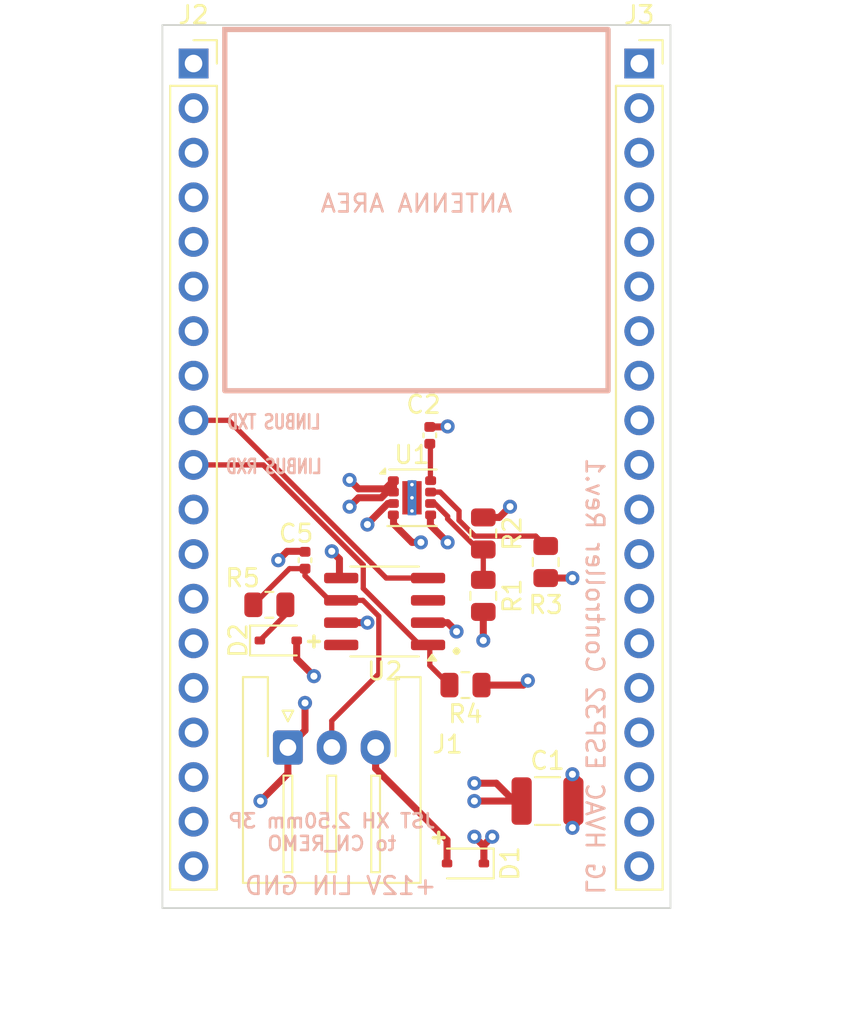
<source format=kicad_pcb>
(kicad_pcb (version 20241229) (generator "pcbnew") (generator_version "9.0")
  (layers (0 "F.Cu" signal) (4 "In1.Cu" signal) (6 "In2.Cu" signal) (2 "B.Cu" signal) (13 "F.Paste" user) (15 "B.Paste" user) (5 "F.SilkS" user "F.Silkscreen") (7 "B.SilkS" user "B.Silkscreen") (1 "F.Mask" user) (3 "B.Mask" user) (25 "Edge.Cuts" user))
  (net 0 "")
  (net 1 "+12V")
  (net 2 "GND")
  (net 3 "+3V3")
  (net 4 "LINBUS")
  (net 5 "Net-(U1-SS{slash}TR)")
  (net 6 "RXD")
  (net 7 "TXD")
  (net 8 "Net-(D2-K)")
  (net 41 "Net-(U1-FB)")
  (net 42 "Net-(U1-PG)")
  (net 45 "Net-(D1-A)")
  (footprint "Package_LGA:Texas_SIL0008D_MicroSiP-8-1EP_2.8x3mm_P0.65mm_EP1.1x1.9mm_ThermalVias" (layer "F.Cu") (at 49.276 59.436)
    (property "Reference" "U1" (at 0 -2.45 0) (layer "F.SilkS"))
    (property "Value" "TPS82130")
    (fp_line (start -1.4 1.61) (end 1.4 1.61) (stroke (width 0.12)) (layer "F.SilkS"))
    (fp_line (start -1.29 -1.61) (end 1.4 -1.61) (stroke (width 0.12)) (layer "F.SilkS"))
    (fp_poly (pts (xy -1.53 -1.38) (xy -1.81 -1.38) (xy -1.53 -1.66)) (stroke (width 0.12)) (fill yes) (layer "F.SilkS"))
    (pad "1" smd roundrect (at -1.0625 -0.975) (size 0.625 0.5) (layers "F.Cu" "F.Mask" "F.Paste") (net 1 "+12V"))
    (pad "2" smd roundrect (at -1.0625 -0.325) (size 0.625 0.5) (layers "F.Cu" "F.Mask" "F.Paste") (net 1 "+12V"))
    (pad "3" smd roundrect (at -1.0625 0.325) (size 0.625 0.5) (layers "F.Cu" "F.Mask" "F.Paste") (net 2 "GND"))
    (pad "4" smd roundrect (at -1.0625 0.975) (size 0.625 0.5) (layers "F.Cu" "F.Mask" "F.Paste") (net 3 "+3V3"))
    (pad "5" smd roundrect (at 1.0625 0.975) (size 0.625 0.5) (layers "F.Cu" "F.Mask" "F.Paste") (net 3 "+3V3"))
    (pad "6" smd roundrect (at 1.0625 0.325) (size 0.625 0.5) (layers "F.Cu" "F.Mask" "F.Paste") (net 41 "Net-(U1-FB)"))
    (pad "7" smd roundrect (at 1.0625 -0.325) (size 0.625 0.5) (layers "F.Cu" "F.Mask" "F.Paste") (net 42 "Net-(U1-PG)"))
    (pad "8" smd roundrect (at 1.0625 -0.975) (size 0.625 0.5) (layers "F.Cu" "F.Mask" "F.Paste") (net 5 "Net-(U1-SS{slash}TR)"))
    (pad "9" thru_hole circle (at 0 -0.75) (size 0.5 0.5) (drill 0.2) (property pad_prop_heatsink) (layers "*.Cu") (net 2 "GND"))
    (pad "9" thru_hole circle (at 0 0) (size 0.5 0.5) (drill 0.2) (property pad_prop_heatsink) (layers "*.Cu") (net 2 "GND"))
    (pad "9" smd rect (at 0 0) (size 0.5 2) (property pad_prop_heatsink) (layers "B.Cu") (net 2 "GND"))
    (pad "9" smd rect (at 0 0) (size 1.1 1.9) (property pad_prop_heatsink) (layers "F.Cu" "F.Mask") (net 2 "GND"))
    (pad "9" thru_hole circle (at 0 0.75) (size 0.5 0.5) (drill 0.2) (property pad_prop_heatsink) (layers "*.Cu") (net 2 "GND"))
  )
  (footprint "Resistor_SMD:R_0805_2012Metric" (layer "F.Cu") (at 56.896 63.0955 -90)
    (property "Reference" "R3" (at 2.4365 0 0) (layer "F.SilkS"))
    (property "Value" "100k")
    (fp_line (start -0.227064 0.735) (end 0.227064 0.735) (stroke (width 0.12)) (layer "F.SilkS"))
    (fp_line (start -0.227064 -0.735) (end 0.227064 -0.735) (stroke (width 0.12)) (layer "F.SilkS"))
    (pad "1" smd roundrect (at -0.9125 0 270) (size 1.025 1.4) (layers "F.Cu" "F.Mask" "F.Paste") (roundrect_rratio 0.243902) (net 42 "Net-(U1-PG)"))
    (pad "2" smd roundrect (at 0.9125 0 270) (size 1.025 1.4) (layers "F.Cu" "F.Mask" "F.Paste") (roundrect_rratio 0.243902) (net 3 "+3V3"))
  )
  (footprint "Capacitor_SMD:C_0402_1005Metric" (layer "F.Cu") (at 43.18 62.992 90)
    (property "Reference" "C5" (at 1.524 -0.508 180) (layer "F.SilkS"))
    (property "Value" "220pF")
    (fp_line (start -0.107836 -0.36) (end 0.107836 -0.36) (stroke (width 0.12)) (layer "F.SilkS"))
    (fp_line (start -0.107836 0.36) (end 0.107836 0.36) (stroke (width 0.12)) (layer "F.SilkS"))
    (pad "1" smd roundrect (at -0.48 0 90) (size 0.56 0.62) (layers "F.Cu" "F.Mask" "F.Paste") (net 4 "LINBUS"))
    (pad "2" smd roundrect (at 0.48 0 90) (size 0.56 0.62) (layers "F.Cu" "F.Mask" "F.Paste") (net 2 "GND"))
  )
  (footprint "Diode_SMD:D_SOD-323" (layer "F.Cu") (at 52.324 80.264 180)
    (property "Reference" "D1" (at -2.54 0 90) (layer "F.SilkS"))
    (property "Value" "1N4148WS")
    (fp_line (start -1.61 0.85) (end 1.05 0.85) (stroke (width 0.12)) (layer "F.SilkS"))
    (fp_line (start -1.61 -0.85) (end 1.05 -0.85) (stroke (width 0.12)) (layer "F.SilkS"))
    (fp_line (start -1.61 -0.85) (end -1.61 0.85) (stroke (width 0.12)) (layer "F.SilkS"))
    (pad "1" smd roundrect (at -1.05 0 180) (size 0.6 0.45) (layers "F.Cu" "F.Mask" "F.Paste") (net 1 "+12V"))
    (pad "2" smd roundrect (at 1.05 0 180) (size 0.6 0.45) (layers "F.Cu" "F.Mask" "F.Paste") (net 45 "Net-(D1-A)"))
  )
  (footprint "Package_SO:SOIC-8_3.9x4.9mm_P1.27mm" (layer "F.Cu") (at 47.717 65.913 180)
    (property "Reference" "U2" (at 0 -3.4 180) (layer "F.SilkS"))
    (property "Value" "TJA1027")
    (fp_line (start 0 2.56) (end 1.95 2.56) (stroke (width 0.12)) (layer "F.SilkS"))
    (fp_line (start 0 2.56) (end -1.95 2.56) (stroke (width 0.12)) (layer "F.SilkS"))
    (fp_line (start 0 -2.56) (end 1.95 -2.56) (stroke (width 0.12)) (layer "F.SilkS"))
    (fp_line (start 0 -2.56) (end -1.95 -2.56) (stroke (width 0.12)) (layer "F.SilkS"))
    (fp_poly (pts (xy -2.7 -2.465) (xy -2.94 -2.795) (xy -2.46 -2.795)) (stroke (width 0.12)) (fill yes) (layer "F.SilkS"))
    (pad "1" smd roundrect (at -2.475 -1.905 180) (size 1.95 0.6) (layers "F.Cu" "F.Mask" "F.Paste") (net 6 "RXD"))
    (pad "2" smd roundrect (at -2.475 -0.635 180) (size 1.95 0.6) (layers "F.Cu" "F.Mask" "F.Paste") (net 3 "+3V3"))
    (pad "3" smd roundrect (at -2.475 0.635 180) (size 1.95 0.6) (layers "F.Cu" "F.Mask" "F.Paste"))
    (pad "4" smd roundrect (at -2.475 1.905 180) (size 1.95 0.6) (layers "F.Cu" "F.Mask" "F.Paste") (net 7 "TXD"))
    (pad "5" smd roundrect (at 2.475 1.905 180) (size 1.95 0.6) (layers "F.Cu" "F.Mask" "F.Paste") (net 2 "GND"))
    (pad "6" smd roundrect (at 2.475 0.635 180) (size 1.95 0.6) (layers "F.Cu" "F.Mask" "F.Paste") (net 4 "LINBUS"))
    (pad "7" smd roundrect (at 2.475 -0.635 180) (size 1.95 0.6) (layers "F.Cu" "F.Mask" "F.Paste") (net 1 "+12V"))
    (pad "8" smd roundrect (at 2.475 -1.905 180) (size 1.95 0.6) (layers "F.Cu" "F.Mask" "F.Paste"))
  )
  (footprint "Resistor_SMD:R_0805_2012Metric" (layer "F.Cu") (at 53.34 61.468 -90)
    (property "Reference" "R2" (at 0 -1.65 90) (layer "F.SilkS"))
    (property "Value" "100k")
    (fp_line (start -0.227064 0.735) (end 0.227064 0.735) (stroke (width 0.12)) (layer "F.SilkS"))
    (fp_line (start -0.227064 -0.735) (end 0.227064 -0.735) (stroke (width 0.12)) (layer "F.SilkS"))
    (pad "1" smd roundrect (at -0.9125 0 270) (size 1.025 1.4) (layers "F.Cu" "F.Mask" "F.Paste") (roundrect_rratio 0.243902) (net 2 "GND"))
    (pad "2" smd roundrect (at 0.9125 0 270) (size 1.025 1.4) (layers "F.Cu" "F.Mask" "F.Paste") (roundrect_rratio 0.243902) (net 41 "Net-(U1-FB)"))
  )
  (footprint "Diode_SMD:D_SOD-323" (layer "F.Cu") (at 41.656 67.564)
    (property "Reference" "D2" (at -2.286 0 90) (layer "F.SilkS"))
    (property "Value" "1N4148WS")
    (fp_line (start -1.61 -0.85) (end -1.61 0.85) (stroke (width 0.12)) (layer "F.SilkS"))
    (fp_line (start -1.61 -0.85) (end 1.05 -0.85) (stroke (width 0.12)) (layer "F.SilkS"))
    (fp_line (start -1.61 0.85) (end 1.05 0.85) (stroke (width 0.12)) (layer "F.SilkS"))
    (pad "1" smd roundrect (at -1.05 0) (size 0.6 0.45) (layers "F.Cu" "F.Mask" "F.Paste") (net 8 "Net-(D2-K)"))
    (pad "2" smd roundrect (at 1.05 0) (size 0.6 0.45) (layers "F.Cu" "F.Mask" "F.Paste") (net 1 "+12V"))
  )
  (footprint "Connector_PinSocket_2.54mm:PinSocket_1x19_P2.54mm_Vertical" (layer "F.Cu") (at 36.82632 34.70384)
    (property "Reference" "J2" (at 0 -2.77 0) (layer "F.SilkS"))
    (property "Value" "Conn_01x19_Female_1_to_19")
    (fp_line (start -1.33 1.27) (end -1.33 47.05) (stroke (width 0.12)) (layer "F.SilkS"))
    (fp_line (start -1.33 1.27) (end 1.33 1.27) (stroke (width 0.12)) (layer "F.SilkS"))
    (fp_line (start -1.33 47.05) (end 1.33 47.05) (stroke (width 0.12)) (layer "F.SilkS"))
    (fp_line (start 0 -1.33) (end 1.33 -1.33) (stroke (width 0.12)) (layer "F.SilkS"))
    (fp_line (start 1.33 -1.33) (end 1.33 0) (stroke (width 0.12)) (layer "F.SilkS"))
    (fp_line (start 1.33 1.27) (end 1.33 47.05) (stroke (width 0.12)) (layer "F.SilkS"))
    (pad "1" thru_hole rect (at 0 0) (size 1.7 1.7) (drill 1) (layers "*.Cu" "*.Mask") (net 3 "+3V3"))
    (pad "2" thru_hole circle (at 0 2.54) (size 1.7 1.7) (drill 1) (layers "*.Cu" "*.Mask"))
    (pad "3" thru_hole circle (at 0 5.08) (size 1.7 1.7) (drill 1) (layers "*.Cu" "*.Mask"))
    (pad "4" thru_hole circle (at 0 7.62) (size 1.7 1.7) (drill 1) (layers "*.Cu" "*.Mask"))
    (pad "5" thru_hole circle (at 0 10.16) (size 1.7 1.7) (drill 1) (layers "*.Cu" "*.Mask"))
    (pad "6" thru_hole circle (at 0 12.7) (size 1.7 1.7) (drill 1) (layers "*.Cu" "*.Mask"))
    (pad "7" thru_hole circle (at 0 15.24) (size 1.7 1.7) (drill 1) (layers "*.Cu" "*.Mask"))
    (pad "8" thru_hole circle (at 0 17.78) (size 1.7 1.7) (drill 1) (layers "*.Cu" "*.Mask"))
    (pad "9" thru_hole circle (at 0 20.32) (size 1.7 1.7) (drill 1) (layers "*.Cu" "*.Mask") (net 7 "TXD"))
    (pad "10" thru_hole circle (at 0 22.86) (size 1.7 1.7) (drill 1) (layers "*.Cu" "*.Mask") (net 6 "RXD"))
    (pad "11" thru_hole circle (at 0 25.4) (size 1.7 1.7) (drill 1) (layers "*.Cu" "*.Mask"))
    (pad "12" thru_hole circle (at 0 27.94) (size 1.7 1.7) (drill 1) (layers "*.Cu" "*.Mask"))
    (pad "13" thru_hole circle (at 0 30.48) (size 1.7 1.7) (drill 1) (layers "*.Cu" "*.Mask"))
    (pad "14" thru_hole circle (at 0 33.02) (size 1.7 1.7) (drill 1) (layers "*.Cu" "*.Mask") (net 2 "GND"))
    (pad "15" thru_hole circle (at 0 35.56) (size 1.7 1.7) (drill 1) (layers "*.Cu" "*.Mask"))
    (pad "16" thru_hole circle (at 0 38.1) (size 1.7 1.7) (drill 1) (layers "*.Cu" "*.Mask"))
    (pad "17" thru_hole circle (at 0 40.64) (size 1.7 1.7) (drill 1) (layers "*.Cu" "*.Mask"))
    (pad "18" thru_hole circle (at 0 43.18) (size 1.7 1.7) (drill 1) (layers "*.Cu" "*.Mask"))
    (pad "19" thru_hole circle (at 0 45.72) (size 1.7 1.7) (drill 1) (layers "*.Cu" "*.Mask"))
  )
  (footprint "Connector_JST:JST_XH_S3B-XH-A-1_1x03_P2.50mm_Horizontal" (layer "F.Cu") (at 42.204 73.66)
    (property "Reference" "J1" (at 9.104 -0.182 0) (layer "F.SilkS"))
    (property "Value" "JST_XH_S3B-XH-A-1_01x03")
    (fp_line (start -2.56 -4.01) (end -1.14 -4.01) (stroke (width 0.12)) (layer "F.SilkS"))
    (fp_line (start -2.56 7.71) (end -2.56 -4.01) (stroke (width 0.12)) (layer "F.SilkS"))
    (fp_line (start -1.14 -4.01) (end -1.14 0.49) (stroke (width 0.12)) (layer "F.SilkS"))
    (fp_line (start -0.3 -2.1) (end 0.3 -2.1) (stroke (width 0.12)) (layer "F.SilkS"))
    (fp_line (start -0.25 1.6) (end -0.25 7.1) (stroke (width 0.12)) (layer "F.SilkS"))
    (fp_line (start -0.25 7.1) (end 0.25 7.1) (stroke (width 0.12)) (layer "F.SilkS"))
    (fp_line (start 0 -1.5) (end -0.3 -2.1) (stroke (width 0.12)) (layer "F.SilkS"))
    (fp_line (start 0.25 1.6) (end -0.25 1.6) (stroke (width 0.12)) (layer "F.SilkS"))
    (fp_line (start 0.25 7.1) (end 0.25 1.6) (stroke (width 0.12)) (layer "F.SilkS"))
    (fp_line (start 0.3 -2.1) (end 0 -1.5) (stroke (width 0.12)) (layer "F.SilkS"))
    (fp_line (start 2.25 1.6) (end 2.25 7.1) (stroke (width 0.12)) (layer "F.SilkS"))
    (fp_line (start 2.25 7.1) (end 2.75 7.1) (stroke (width 0.12)) (layer "F.SilkS"))
    (fp_line (start 2.5 7.71) (end -2.56 7.71) (stroke (width 0.12)) (layer "F.SilkS"))
    (fp_line (start 2.5 7.71) (end 7.56 7.71) (stroke (width 0.12)) (layer "F.SilkS"))
    (fp_line (start 2.75 1.6) (end 2.25 1.6) (stroke (width 0.12)) (layer "F.SilkS"))
    (fp_line (start 2.75 7.1) (end 2.75 1.6) (stroke (width 0.12)) (layer "F.SilkS"))
    (fp_line (start 4.75 1.6) (end 4.75 7.1) (stroke (width 0.12)) (layer "F.SilkS"))
    (fp_line (start 4.75 7.1) (end 5.25 7.1) (stroke (width 0.12)) (layer "F.SilkS"))
    (fp_line (start 5.25 1.6) (end 4.75 1.6) (stroke (width 0.12)) (layer "F.SilkS"))
    (fp_line (start 5.25 7.1) (end 5.25 1.6) (stroke (width 0.12)) (layer "F.SilkS"))
    (fp_line (start 6.14 -4.01) (end 6.14 0.49) (stroke (width 0.12)) (layer "F.SilkS"))
    (fp_line (start 7.56 -4.01) (end 6.14 -4.01) (stroke (width 0.12)) (layer "F.SilkS"))
    (fp_line (start 7.56 7.71) (end 7.56 -4.01) (stroke (width 0.12)) (layer "F.SilkS"))
    (pad "1" thru_hole roundrect (at 0 0) (size 1.7 1.95) (drill 0.95) (layers "*.Cu" "*.Mask") (roundrect_rratio 0.147059) (net 2 "GND"))
    (pad "2" thru_hole oval (at 2.5 0) (size 1.7 1.95) (drill 0.95) (layers "*.Cu" "*.Mask") (net 4 "LINBUS"))
    (pad "3" thru_hole oval (at 5 0) (size 1.7 1.95) (drill 0.95) (layers "*.Cu" "*.Mask") (net 45 "Net-(D1-A)"))
  )
  (footprint "Resistor_SMD:R_0805_2012Metric" (layer "F.Cu") (at 52.324 70.104 180)
    (property "Reference" "R4" (at 0 -1.65 0) (layer "F.SilkS"))
    (property "Value" "4.7k")
    (fp_line (start -0.227064 0.735) (end 0.227064 0.735) (stroke (width 0.12)) (layer "F.SilkS"))
    (fp_line (start -0.227064 -0.735) (end 0.227064 -0.735) (stroke (width 0.12)) (layer "F.SilkS"))
    (pad "1" smd roundrect (at -0.9125 0 180) (size 1.025 1.4) (layers "F.Cu" "F.Mask" "F.Paste") (roundrect_rratio 0.243902) (net 3 "+3V3"))
    (pad "2" smd roundrect (at 0.9125 0 180) (size 1.025 1.4) (layers "F.Cu" "F.Mask" "F.Paste") (roundrect_rratio 0.243902) (net 6 "RXD"))
  )
  (footprint "Capacitor_SMD:C_0402_1005Metric" (layer "F.Cu") (at 50.292 55.88 90)
    (property "Reference" "C2" (at 1.75 -0.36 0) (layer "F.SilkS"))
    (property "Value" "3.3nF")
    (fp_line (start -0.107836 -0.36) (end 0.107836 -0.36) (stroke (width 0.12)) (layer "F.SilkS"))
    (fp_line (start -0.107836 0.36) (end 0.107836 0.36) (stroke (width 0.12)) (layer "F.SilkS"))
    (pad "1" smd roundrect (at -0.48 0 90) (size 0.56 0.62) (layers "F.Cu" "F.Mask" "F.Paste") (net 5 "Net-(U1-SS{slash}TR)"))
    (pad "2" smd roundrect (at 0.48 0 90) (size 0.56 0.62) (layers "F.Cu" "F.Mask" "F.Paste") (net 2 "GND"))
  )
  (footprint "Resistor_SMD:R_0805_2012Metric" (layer "F.Cu") (at 53.34 65.024 -90)
    (property "Reference" "R1" (at 0 -1.65 90) (layer "F.SilkS"))
    (property "Value" "330k")
    (fp_line (start -0.227064 0.735) (end 0.227064 0.735) (stroke (width 0.12)) (layer "F.SilkS"))
    (fp_line (start -0.227064 -0.735) (end 0.227064 -0.735) (stroke (width 0.12)) (layer "F.SilkS"))
    (pad "1" smd roundrect (at -0.9125 0 270) (size 1.025 1.4) (layers "F.Cu" "F.Mask" "F.Paste") (roundrect_rratio 0.243902) (net 41 "Net-(U1-FB)"))
    (pad "2" smd roundrect (at 0.9125 0 270) (size 1.025 1.4) (layers "F.Cu" "F.Mask" "F.Paste") (roundrect_rratio 0.243902) (net 3 "+3V3"))
  )
  (footprint "Resistor_SMD:R_0805_2012Metric" (layer "F.Cu") (at 41.148 65.532 180)
    (property "Reference" "R5" (at 1.524 1.524 0) (layer "F.SilkS"))
    (property "Value" "1k")
    (fp_line (start -0.227064 0.735) (end 0.227064 0.735) (stroke (width 0.12)) (layer "F.SilkS"))
    (fp_line (start -0.227064 -0.735) (end 0.227064 -0.735) (stroke (width 0.12)) (layer "F.SilkS"))
    (pad "1" smd roundrect (at -0.9125 0 180) (size 1.025 1.4) (layers "F.Cu" "F.Mask" "F.Paste") (roundrect_rratio 0.243902) (net 8 "Net-(D2-K)"))
    (pad "2" smd roundrect (at 0.9125 0 180) (size 1.025 1.4) (layers "F.Cu" "F.Mask" "F.Paste") (roundrect_rratio 0.243902) (net 4 "LINBUS"))
  )
  (footprint "Capacitor_SMD:C_1210_3225Metric" (layer "F.Cu") (at 57 76.708)
    (property "Reference" "C1" (at 0 -2.3 0) (layer "F.SilkS"))
    (property "Value" "10uF")
    (fp_line (start -0.711252 -1.36) (end 0.711252 -1.36) (stroke (width 0.12)) (layer "F.SilkS"))
    (fp_line (start -0.711252 1.36) (end 0.711252 1.36) (stroke (width 0.12)) (layer "F.SilkS"))
    (pad "1" smd roundrect (at -1.475 0) (size 1.15 2.7) (layers "F.Cu" "F.Mask" "F.Paste") (roundrect_rratio 0.217391) (net 1 "+12V"))
    (pad "2" smd roundrect (at 1.475 0) (size 1.15 2.7) (layers "F.Cu" "F.Mask" "F.Paste") (roundrect_rratio 0.217391) (net 2 "GND"))
  )
  (footprint "Connector_PinSocket_2.54mm:PinSocket_1x19_P2.54mm_Vertical" (layer "F.Cu") (at 62.23 34.70384)
    (property "Reference" "J3" (at 0 -2.77 0) (layer "F.SilkS"))
    (property "Value" "Conn_01x19_Female_20_to_38")
    (fp_line (start -1.33 1.27) (end -1.33 47.05) (stroke (width 0.12)) (layer "F.SilkS"))
    (fp_line (start -1.33 1.27) (end 1.33 1.27) (stroke (width 0.12)) (layer "F.SilkS"))
    (fp_line (start -1.33 47.05) (end 1.33 47.05) (stroke (width 0.12)) (layer "F.SilkS"))
    (fp_line (start 0 -1.33) (end 1.33 -1.33) (stroke (width 0.12)) (layer "F.SilkS"))
    (fp_line (start 1.33 -1.33) (end 1.33 0) (stroke (width 0.12)) (layer "F.SilkS"))
    (fp_line (start 1.33 1.27) (end 1.33 47.05) (stroke (width 0.12)) (layer "F.SilkS"))
    (pad "1" thru_hole rect (at 0 0) (size 1.7 1.7) (drill 1) (layers "*.Cu" "*.Mask") (net 2 "GND"))
    (pad "2" thru_hole circle (at 0 2.54) (size 1.7 1.7) (drill 1) (layers "*.Cu" "*.Mask"))
    (pad "3" thru_hole circle (at 0 5.08) (size 1.7 1.7) (drill 1) (layers "*.Cu" "*.Mask"))
    (pad "4" thru_hole circle (at 0 7.62) (size 1.7 1.7) (drill 1) (layers "*.Cu" "*.Mask"))
    (pad "5" thru_hole circle (at 0 10.16) (size 1.7 1.7) (drill 1) (layers "*.Cu" "*.Mask"))
    (pad "6" thru_hole circle (at 0 12.7) (size 1.7 1.7) (drill 1) (layers "*.Cu" "*.Mask"))
    (pad "7" thru_hole circle (at 0 15.24) (size 1.7 1.7) (drill 1) (layers "*.Cu" "*.Mask") (net 2 "GND"))
    (pad "8" thru_hole circle (at 0 17.78) (size 1.7 1.7) (drill 1) (layers "*.Cu" "*.Mask"))
    (pad "9" thru_hole circle (at 0 20.32) (size 1.7 1.7) (drill 1) (layers "*.Cu" "*.Mask"))
    (pad "10" thru_hole circle (at 0 22.86) (size 1.7 1.7) (drill 1) (layers "*.Cu" "*.Mask"))
    (pad "11" thru_hole circle (at 0 25.4) (size 1.7 1.7) (drill 1) (layers "*.Cu" "*.Mask"))
    (pad "12" thru_hole circle (at 0 27.94) (size 1.7 1.7) (drill 1) (layers "*.Cu" "*.Mask"))
    (pad "13" thru_hole circle (at 0 30.48) (size 1.7 1.7) (drill 1) (layers "*.Cu" "*.Mask"))
    (pad "14" thru_hole circle (at 0 33.02) (size 1.7 1.7) (drill 1) (layers "*.Cu" "*.Mask"))
    (pad "15" thru_hole circle (at 0 35.56) (size 1.7 1.7) (drill 1) (layers "*.Cu" "*.Mask"))
    (pad "16" thru_hole circle (at 0 38.1) (size 1.7 1.7) (drill 1) (layers "*.Cu" "*.Mask"))
    (pad "17" thru_hole circle (at 0 40.64) (size 1.7 1.7) (drill 1) (layers "*.Cu" "*.Mask"))
    (pad "18" thru_hole circle (at 0 43.18) (size 1.7 1.7) (drill 1) (layers "*.Cu" "*.Mask"))
    (pad "19" thru_hole circle (at 0 45.72) (size 1.7 1.7) (drill 1) (layers "*.Cu" "*.Mask"))
  )
  (gr_rect (start 38.608 32.766) (end 60.452 53.34) (stroke (width 0.3)) (fill no) (layer "B.SilkS"))
  (gr_line (start 64.008 32.512) (end 64.008 82.804) (stroke (width 0.1)) (layer "Edge.Cuts"))
  (gr_line (start 64.008 82.804) (end 35.052 82.804) (stroke (width 0.1)) (layer "Edge.Cuts"))
  (gr_line (start 35.052 82.804) (end 35.052 32.512) (stroke (width 0.1)) (layer "Edge.Cuts"))
  (gr_line (start 35.052 32.512) (end 64.008 32.512) (stroke (width 0.1)) (layer "Edge.Cuts"))
  (gr_text "+" (at 50.8 78.74 0) (layer "F.SilkS") (effects (font (size 0.8 0.8) (thickness 0.2))))
  (gr_text "." (at 51.816 67.564 0) (layer "F.SilkS") (effects (font (size 1.5 1.5) (thickness 0.3))))
  (gr_text "+" (at 43.688 67.564 0) (layer "F.SilkS") (effects (font (size 0.8 0.8) (thickness 0.2))))
  (gr_text "LINBUS TXD" (at 41.402 55.118 0) (layer "B.SilkS") (effects (font (size 0.8 0.6)) (justify mirror)))
  (gr_text "JST XH 2.50mm 3P\nto CN_REMO" (at 44.704 78.486 0) (layer "B.SilkS") (effects (font (size 0.8 0.8)) (justify mirror)))
  (gr_text "LINBUS RXD" (at 41.402 57.658 0) (layer "B.SilkS") (effects (font (size 0.8 0.6)) (justify mirror)))
  (gr_text "+12V LIN GND" (at 45.212 81.534 0) (layer "B.SilkS") (effects (font (size 1 1)) (justify mirror)))
  (gr_text "LG HVAC ESP32 Controller Rev.1" (at 59.69 69.596 270) (layer "B.SilkS") (effects (font (size 1 1)) (justify mirror)))
  (gr_text "ANTENNA AREA" (at 49.53 42.672 0) (layer "B.SilkS") (effects (font (size 1 1)) (justify mirror)))
  (segment (start 53.374 80.264) (end 53.374 79.282) (width 0.4) (layer "F.Cu") (net 1))
  (segment (start 45.72 58.42) (end 46.228 58.928) (width 0.4) (layer "F.Cu") (net 1))
  (segment (start 47.848916 59.111) (end 48.226 59.111) (width 0.4) (layer "F.Cu") (net 1))
  (segment (start 54.08 75.692) (end 52.832 75.692) (width 0.4) (layer "F.Cu") (net 1))
  (segment (start 47.759 58.928) (end 48.226 58.461) (width 0.4) (layer "F.Cu") (net 1))
  (segment (start 46.228 58.928) (end 47.759 58.928) (width 0.4) (layer "F.Cu") (net 1))
  (segment (start 53.374 79.282) (end 52.832 78.74) (width 0.4) (layer "F.Cu") (net 1))
  (segment (start 46.228 59.436) (end 47.523916 59.436) (width 0.4) (layer "F.Cu") (net 1))
  (segment (start 45.72 59.944) (end 46.228 59.436) (width 0.4) (layer "F.Cu") (net 1))
  (segment (start 42.706 68.614) (end 42.706 67.564) (width 0.4) (layer "F.Cu") (net 1))
  (segment (start 55.096 76.708) (end 54.08 75.692) (width 0.4) (layer "F.Cu") (net 1))
  (segment (start 55.525 76.708) (end 55.096 76.708) (width 0.4) (layer "F.Cu") (net 1))
  (segment (start 48.226 59.111) (end 48.226 58.461) (width 0.4) (layer "F.Cu") (net 1))
  (segment (start 47.523916 59.436) (end 47.848916 59.111) (width 0.4) (layer "F.Cu") (net 1))
  (segment (start 45.142 66.548) (end 46.736 66.548) (width 0.4) (layer "F.Cu") (net 1))
  (segment (start 52.832 76.708) (end 55.525 76.708) (width 0.4) (layer "F.Cu") (net 1))
  (segment (start 43.688 69.596) (end 42.706 68.614) (width 0.4) (layer "F.Cu") (net 1))
  (segment (start 53.374 79.214) (end 53.848 78.74) (width 0.4) (layer "F.Cu") (net 1))
  (segment (start 53.374 80.264) (end 53.374 79.214) (width 0.4) (layer "F.Cu") (net 1))
  (via (at 53.848 78.74) (size 0.8) (drill 0.4) (layers "F.Cu" "B.Cu") (net 1))
  (via (at 52.832 78.74) (size 0.8) (drill 0.4) (layers "F.Cu" "B.Cu") (net 1))
  (via (at 52.832 75.692) (size 0.8) (drill 0.4) (layers "F.Cu" "B.Cu") (net 1))
  (via (at 45.72 58.42) (size 0.8) (drill 0.4) (layers "F.Cu" "B.Cu") (net 1))
  (via (at 43.688 69.596) (size 0.8) (drill 0.4) (layers "F.Cu" "B.Cu") (net 1))
  (via (at 45.72 59.944) (size 0.8) (drill 0.4) (layers "F.Cu" "B.Cu") (net 1))
  (via (at 52.832 76.708) (size 0.8) (drill 0.4) (layers "F.Cu" "B.Cu") (net 1))
  (via (at 46.736 66.548) (size 0.8) (drill 0.4) (layers "F.Cu" "B.Cu") (net 1))
  (segment (start 42.204 75.144) (end 40.64 76.708) (width 0.4) (layer "F.Cu") (net 2))
  (segment (start 43.18 72.684) (end 42.204 73.66) (width 0.4) (layer "F.Cu") (net 2))
  (segment (start 42.164 62.484) (end 43.152 62.484) (width 0.4) (layer "F.Cu") (net 2))
  (segment (start 47.905344 59.761) (end 48.226 59.761) (width 0.4) (layer "F.Cu") (net 2))
  (segment (start 58.696 76.708) (end 58.696 75.46) (width 0.4) (layer "F.Cu") (net 2))
  (segment (start 53.34 60.5555) (end 54.2525 60.5555) (width 0.4) (layer "F.Cu") (net 2))
  (segment (start 41.656 62.992) (end 42.164 62.484) (width 0.4) (layer "F.Cu") (net 2))
  (segment (start 58.696 76.708) (end 58.696 77.956) (width 0.4) (layer "F.Cu") (net 2))
  (segment (start 46.736 60.930344) (end 47.905344 59.761) (width 0.4) (layer "F.Cu") (net 2))
  (segment (start 58.696 77.956) (end 58.42 78.232) (width 0.4) (layer "F.Cu") (net 2))
  (segment (start 42.204 73.66) (end 42.204 75.144) (width 0.4) (layer "F.Cu") (net 2))
  (segment (start 45.142 64.008) (end 45.142 62.922) (width 0.4) (layer "F.Cu") (net 2))
  (segment (start 43.152 62.484) (end 43.18 62.512) (width 0.4) (layer "F.Cu") (net 2))
  (segment (start 51.28 55.4) (end 51.308 55.372) (width 0.4) (layer "F.Cu") (net 2))
  (segment (start 58.696 75.46) (end 58.42 75.184) (width 0.4) (layer "F.Cu") (net 2))
  (segment (start 54.2525 60.5555) (end 54.864 59.944) (width 0.4) (layer "F.Cu") (net 2))
  (segment (start 46.736 60.96) (end 46.736 60.930344) (width 0.4) (layer "F.Cu") (net 2))
  (segment (start 50.292 55.4) (end 51.28 55.4) (width 0.4) (layer "F.Cu") (net 2))
  (segment (start 45.142 62.922) (end 44.704 62.484) (width 0.4) (layer "F.Cu") (net 2))
  (segment (start 43.18 71.12) (end 43.18 72.684) (width 0.4) (layer "F.Cu") (net 2))
  (via (at 41.656 62.992) (size 0.8) (drill 0.4) (layers "F.Cu" "B.Cu") (net 2))
  (via (at 58.42 78.232) (size 0.8) (drill 0.4) (layers "F.Cu" "B.Cu") (net 2))
  (via (at 46.736 60.96) (size 0.8) (drill 0.4) (layers "F.Cu" "B.Cu") (net 2))
  (via (at 58.42 75.184) (size 0.8) (drill 0.4) (layers "F.Cu" "B.Cu") (net 2))
  (via (at 40.64 76.708) (size 0.8) (drill 0.4) (layers "F.Cu" "B.Cu") (net 2))
  (via (at 44.704 62.484) (size 0.8) (drill 0.4) (layers "F.Cu" "B.Cu") (net 2))
  (via (at 43.18 71.12) (size 0.8) (drill 0.4) (layers "F.Cu" "B.Cu") (net 2))
  (via (at 54.864 59.944) (size 0.8) (drill 0.4) (layers "F.Cu" "B.Cu") (net 2))
  (via (at 51.308 55.372) (size 0.8) (drill 0.4) (layers "F.Cu" "B.Cu") (net 2))
  (segment (start 55.626 70.104) (end 55.88 69.85) (width 0.4) (layer "F.Cu") (net 3))
  (segment (start 51.308 61.976) (end 50.326 60.994) (width 0.4) (layer "F.Cu") (net 3))
  (segment (start 48.226 60.926) (end 48.226 60.411) (width 0.4) (layer "F.Cu") (net 3))
  (segment (start 51.308 66.548) (end 51.816 67.056) (width 0.4) (layer "F.Cu") (net 3))
  (segment (start 49.276 61.976) (end 49.784 61.976) (width 0.4) (layer "F.Cu") (net 3))
  (segment (start 53.34 67.564) (end 53.34 65.9365) (width 0.4) (layer "F.Cu") (net 3))
  (segment (start 53.2365 70.104) (end 55.626 70.104) (width 0.4) (layer "F.Cu") (net 3))
  (segment (start 50.292 66.548) (end 51.308 66.548) (width 0.4) (layer "F.Cu") (net 3))
  (segment (start 50.326 60.994) (end 50.326 60.411) (width 0.4) (layer "F.Cu") (net 3))
  (segment (start 56.896 64.008) (end 58.42 64.008) (width 0.4) (layer "F.Cu") (net 3))
  (segment (start 49.276 61.976) (end 48.226 60.926) (width 0.4) (layer "F.Cu") (net 3))
  (via (at 51.816 67.056) (size 0.8) (drill 0.4) (layers "F.Cu" "B.Cu") (net 3))
  (via (at 53.34 67.564) (size 0.8) (drill 0.4) (layers "F.Cu" "B.Cu") (net 3))
  (via (at 55.88 69.85) (size 0.8) (drill 0.4) (layers "F.Cu" "B.Cu") (net 3))
  (via (at 49.784 61.976) (size 0.8) (drill 0.4) (layers "F.Cu" "B.Cu") (net 3))
  (via (at 58.42 64.008) (size 0.8) (drill 0.4) (layers "F.Cu" "B.Cu") (net 3))
  (via (at 51.308 61.976) (size 0.8) (drill 0.4) (layers "F.Cu" "B.Cu") (net 3))
  (segment (start 47.385511 66.181511) (end 46.482 65.278) (width 0.3) (layer "F.Cu") (net 4))
  (segment (start 40.2355 65.532) (end 42.2955 63.472) (width 0.3) (layer "F.Cu") (net 4))
  (segment (start 47.385511 69.454489) (end 47.385511 66.181511) (width 0.3) (layer "F.Cu") (net 4))
  (segment (start 43.18 63.88) (end 43.18 63.472) (width 0.3) (layer "F.Cu") (net 4))
  (segment (start 44.704 73.66) (end 44.704 72.136) (width 0.3) (layer "F.Cu") (net 4))
  (segment (start 44.578 65.278) (end 43.18 63.88) (width 0.3) (layer "F.Cu") (net 4))
  (segment (start 46.482 65.278) (end 45.142 65.278) (width 0.3) (layer "F.Cu") (net 4))
  (segment (start 45.142 65.278) (end 44.578 65.278) (width 0.3) (layer "F.Cu") (net 4))
  (segment (start 42.2955 63.472) (end 43.18 63.472) (width 0.3) (layer "F.Cu") (net 4))
  (segment (start 44.704 72.136) (end 47.385511 69.454489) (width 0.3) (layer "F.Cu") (net 4))
  (segment (start 50.326 56.394) (end 50.292 56.36) (width 0.3) (layer "F.Cu") (net 5))
  (segment (start 50.326 58.461) (end 50.326 56.394) (width 0.3) (layer "F.Cu") (net 5))
  (segment (start 50.292 68.9845) (end 51.4115 70.104) (width 0.3) (layer "F.Cu") (net 6))
  (segment (start 46.5 64.6) (end 46.5 63.264) (width 0.3) (layer "F.Cu") (net 6))
  (segment (start 50.292 67.818) (end 49.718 67.818) (width 0.3) (layer "F.Cu") (net 6))
  (segment (start 49.718 67.818) (end 46.5 64.6) (width 0.3) (layer "F.Cu") (net 6))
  (segment (start 40.79984 57.56384) (end 36.82632 57.56384) (width 0.3) (layer "F.Cu") (net 6))
  (segment (start 50.292 67.818) (end 50.292 68.9845) (width 0.3) (layer "F.Cu") (net 6))
  (segment (start 46.5 63.264) (end 40.79984 57.56384) (width 0.3) (layer "F.Cu") (net 6))
  (segment (start 47.809006 64.008) (end 38.824846 55.02384) (width 0.3) (layer "F.Cu") (net 7))
  (segment (start 38.824846 55.02384) (end 36.82632 55.02384) (width 0.3) (layer "F.Cu") (net 7))
  (segment (start 50.292 64.008) (end 47.809006 64.008) (width 0.3) (layer "F.Cu") (net 7))
  (segment (start 42.0605 66.1095) (end 40.606 67.564) (width 0.3) (layer "F.Cu") (net 8))
  (segment (start 42.0605 65.532) (end 42.0605 66.1095) (width 0.3) (layer "F.Cu") (net 8))
  (segment (start 50.575945 59.761) (end 51.308 60.493055) (width 0.3) (layer "F.Cu") (net 41))
  (segment (start 51.308 60.493055) (end 51.308 60.636532) (width 0.3) (layer "F.Cu") (net 41))
  (segment (start 51.308 60.636532) (end 53.051968 62.3805) (width 0.3) (layer "F.Cu") (net 41))
  (segment (start 53.34 62.3805) (end 53.34 64.1115) (width 0.3) (layer "F.Cu") (net 41))
  (segment (start 53.051968 62.3805) (end 53.34 62.3805) (width 0.3) (layer "F.Cu") (net 41))
  (segment (start 50.326 59.761) (end 50.575945 59.761) (width 0.3) (layer "F.Cu") (net 41))
  (segment (start 56.896 62.183) (end 56.33148 61.61848) (width 0.3) (layer "F.Cu") (net 42))
  (segment (start 56.33148 61.61848) (end 52.854954 61.61848) (width 0.3) (layer "F.Cu") (net 42))
  (segment (start 50.885548 59.111) (end 50.326 59.111) (width 0.3) (layer "F.Cu") (net 42))
  (segment (start 52.854954 61.61848) (end 51.957511 60.721037) (width 0.3) (layer "F.Cu") (net 42))
  (segment (start 51.957511 60.721037) (end 51.957511 60.182963) (width 0.3) (layer "F.Cu") (net 42))
  (segment (start 51.957511 60.182963) (end 50.885548 59.111) (width 0.3) (layer "F.Cu") (net 42))
  (segment (start 47.204 73.66) (end 47.204 74.858) (width 0.4) (layer "F.Cu") (net 45))
  (segment (start 47.204 74.858) (end 51.274 78.928) (width 0.4) (layer "F.Cu") (net 45))
  (segment (start 51.274 78.928) (end 51.274 80.264) (width 0.4) (layer "F.Cu") (net 45))
)
</source>
